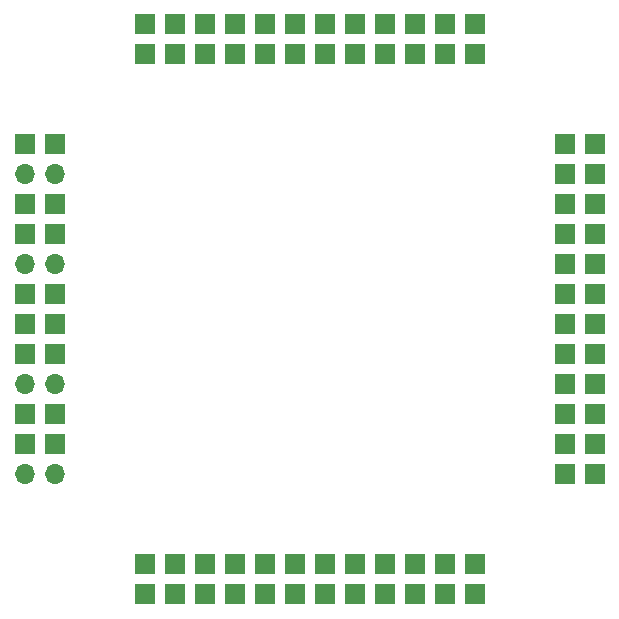
<source format=gbr>
%TF.GenerationSoftware,KiCad,Pcbnew,7.0.5*%
%TF.CreationDate,2024-12-02T20:01:48-05:00*%
%TF.ProjectId,eddie_bldc,65646469-655f-4626-9c64-632e6b696361,rev?*%
%TF.SameCoordinates,Original*%
%TF.FileFunction,Soldermask,Bot*%
%TF.FilePolarity,Negative*%
%FSLAX46Y46*%
G04 Gerber Fmt 4.6, Leading zero omitted, Abs format (unit mm)*
G04 Created by KiCad (PCBNEW 7.0.5) date 2024-12-02 20:01:48*
%MOMM*%
%LPD*%
G01*
G04 APERTURE LIST*
%ADD10R,1.700000X1.700000*%
%ADD11O,1.700000X1.700000*%
G04 APERTURE END LIST*
D10*
%TO.C,J17*%
X35560000Y-60960000D03*
%TD*%
%TO.C,J16*%
X25400000Y-60960000D03*
%TD*%
%TO.C,J16*%
X27940000Y-60960000D03*
%TD*%
%TO.C,J18*%
X43180000Y-60960000D03*
%TD*%
%TO.C,J16*%
X30480000Y-60960000D03*
%TD*%
%TO.C,J16*%
X22860000Y-60960000D03*
%TD*%
%TO.C,J17*%
X40640000Y-60960000D03*
%TD*%
%TO.C,J17*%
X33020000Y-60960000D03*
%TD*%
%TO.C,J18*%
X48260000Y-60960000D03*
%TD*%
%TO.C,J17*%
X38100000Y-60960000D03*
%TD*%
%TO.C,J18*%
X45720000Y-60960000D03*
%TD*%
%TO.C,J18*%
X50800000Y-60960000D03*
%TD*%
%TO.C,J3*%
X12700000Y-48255000D03*
D11*
X12700000Y-50795000D03*
%TD*%
D10*
%TO.C,J7*%
X12700000Y-22855000D03*
D11*
X12700000Y-25395000D03*
%TD*%
D10*
%TO.C,J5*%
X12700000Y-38095000D03*
%TD*%
%TO.C,J1*%
X12700000Y-30475000D03*
D11*
X12700000Y-33015000D03*
%TD*%
D10*
%TO.C,J4*%
X12700000Y-35555000D03*
%TD*%
%TO.C,J2*%
X12700000Y-40635000D03*
D11*
X12700000Y-43175000D03*
%TD*%
D10*
%TO.C,J6*%
X12700000Y-45715000D03*
%TD*%
%TO.C,J13*%
X12700000Y-27935000D03*
%TD*%
%TO.C,J13*%
X50800000Y-12700000D03*
%TD*%
%TO.C,J12*%
X25400000Y-12700000D03*
%TD*%
%TO.C,J13*%
X43180000Y-12700000D03*
%TD*%
%TO.C,J14*%
X45720000Y-12700000D03*
%TD*%
%TO.C,J12*%
X33020000Y-12700000D03*
%TD*%
%TO.C,J10*%
X35560000Y-12700000D03*
%TD*%
%TO.C,J15*%
X48260000Y-12700000D03*
%TD*%
%TO.C,J11*%
X30480000Y-12700000D03*
%TD*%
%TO.C,J11*%
X22860000Y-12700000D03*
%TD*%
%TO.C,J14*%
X38100000Y-12700000D03*
%TD*%
%TO.C,J10*%
X27940000Y-12700000D03*
%TD*%
%TO.C,J15*%
X40640000Y-12700000D03*
%TD*%
%TO.C,J18*%
X60960000Y-48260000D03*
%TD*%
%TO.C,J17*%
X60960000Y-33020000D03*
%TD*%
%TO.C,J16*%
X60960000Y-27940000D03*
%TD*%
%TO.C,J18*%
X60960000Y-43180000D03*
%TD*%
%TO.C,J16*%
X60960000Y-30480000D03*
%TD*%
%TO.C,J17*%
X60960000Y-38100000D03*
%TD*%
%TO.C,J18*%
X60960000Y-50800000D03*
%TD*%
%TO.C,J16*%
X60960000Y-22860000D03*
%TD*%
%TO.C,J17*%
X60960000Y-35560000D03*
%TD*%
%TO.C,J17*%
X60960000Y-40640000D03*
%TD*%
%TO.C,J16*%
X60960000Y-25400000D03*
%TD*%
%TO.C,J18*%
X60960000Y-45720000D03*
%TD*%
%TO.C,J13*%
X15240000Y-27940000D03*
%TD*%
%TO.C,J18*%
X45720000Y-58420000D03*
%TD*%
%TO.C,J11*%
X30480000Y-15240000D03*
%TD*%
%TO.C,J14*%
X38100000Y-15240000D03*
%TD*%
%TO.C,J17*%
X38100000Y-58420000D03*
%TD*%
%TO.C,J15*%
X48260000Y-15240000D03*
%TD*%
%TO.C,J2*%
X15240000Y-40640000D03*
D11*
X15240000Y-43180000D03*
%TD*%
D10*
%TO.C,J11*%
X22860000Y-15240000D03*
%TD*%
%TO.C,J18*%
X50800000Y-58420000D03*
%TD*%
%TO.C,J15*%
X40640000Y-15240000D03*
%TD*%
%TO.C,J6*%
X15240000Y-45720000D03*
%TD*%
%TO.C,J18*%
X58420000Y-45720000D03*
%TD*%
%TO.C,J18*%
X48260000Y-58420000D03*
%TD*%
%TO.C,J10*%
X27940000Y-15240000D03*
%TD*%
%TO.C,J17*%
X58420000Y-38100000D03*
%TD*%
%TO.C,J12*%
X33020000Y-15240000D03*
%TD*%
%TO.C,J17*%
X58420000Y-35560000D03*
%TD*%
%TO.C,J17*%
X40640000Y-58420000D03*
%TD*%
%TO.C,J17*%
X33020000Y-58420000D03*
%TD*%
%TO.C,J16*%
X58420000Y-22860000D03*
%TD*%
%TO.C,J16*%
X58420000Y-25400000D03*
%TD*%
%TO.C,J18*%
X58420000Y-50800000D03*
%TD*%
%TO.C,J1*%
X15240000Y-30480000D03*
D11*
X15240000Y-33020000D03*
%TD*%
D10*
%TO.C,J4*%
X15240000Y-35560000D03*
%TD*%
%TO.C,J17*%
X58420000Y-40640000D03*
%TD*%
%TO.C,J14*%
X45720000Y-15240000D03*
%TD*%
%TO.C,J10*%
X35560000Y-15240000D03*
%TD*%
%TO.C,J16*%
X22860000Y-58420000D03*
%TD*%
%TO.C,J16*%
X30480000Y-58420000D03*
%TD*%
%TO.C,J13*%
X43180000Y-15240000D03*
%TD*%
%TO.C,J5*%
X15240000Y-38100000D03*
%TD*%
%TO.C,J7*%
X15240000Y-22860000D03*
D11*
X15240000Y-25400000D03*
%TD*%
D10*
%TO.C,J3*%
X15240000Y-48260000D03*
D11*
X15240000Y-50800000D03*
%TD*%
D10*
%TO.C,J16*%
X27940000Y-58420000D03*
%TD*%
%TO.C,J13*%
X50800000Y-15240000D03*
%TD*%
%TO.C,J16*%
X58420000Y-30480000D03*
%TD*%
%TO.C,J18*%
X58420000Y-43180000D03*
%TD*%
%TO.C,J12*%
X25400000Y-15240000D03*
%TD*%
%TO.C,J16*%
X25400000Y-58420000D03*
%TD*%
%TO.C,J16*%
X58420000Y-27940000D03*
%TD*%
%TO.C,J17*%
X58420000Y-33020000D03*
%TD*%
%TO.C,J18*%
X58420000Y-48260000D03*
%TD*%
%TO.C,J17*%
X35560000Y-58420000D03*
%TD*%
%TO.C,J18*%
X43180000Y-58420000D03*
%TD*%
M02*

</source>
